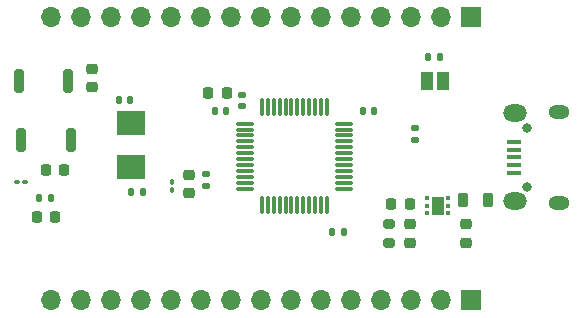
<source format=gbr>
%TF.GenerationSoftware,KiCad,Pcbnew,8.0.7*%
%TF.CreationDate,2025-01-11T18:27:59+02:00*%
%TF.ProjectId,STM32TrialPcb,53544d33-3254-4726-9961-6c5063622e6b,rev?*%
%TF.SameCoordinates,Original*%
%TF.FileFunction,Soldermask,Top*%
%TF.FilePolarity,Negative*%
%FSLAX46Y46*%
G04 Gerber Fmt 4.6, Leading zero omitted, Abs format (unit mm)*
G04 Created by KiCad (PCBNEW 8.0.7) date 2025-01-11 18:27:59*
%MOMM*%
%LPD*%
G01*
G04 APERTURE LIST*
G04 Aperture macros list*
%AMRoundRect*
0 Rectangle with rounded corners*
0 $1 Rounding radius*
0 $2 $3 $4 $5 $6 $7 $8 $9 X,Y pos of 4 corners*
0 Add a 4 corners polygon primitive as box body*
4,1,4,$2,$3,$4,$5,$6,$7,$8,$9,$2,$3,0*
0 Add four circle primitives for the rounded corners*
1,1,$1+$1,$2,$3*
1,1,$1+$1,$4,$5*
1,1,$1+$1,$6,$7*
1,1,$1+$1,$8,$9*
0 Add four rect primitives between the rounded corners*
20,1,$1+$1,$2,$3,$4,$5,0*
20,1,$1+$1,$4,$5,$6,$7,0*
20,1,$1+$1,$6,$7,$8,$9,0*
20,1,$1+$1,$8,$9,$2,$3,0*%
G04 Aperture macros list end*
%ADD10RoundRect,0.200000X-0.200000X-0.800000X0.200000X-0.800000X0.200000X0.800000X-0.200000X0.800000X0*%
%ADD11RoundRect,0.218750X-0.218750X-0.256250X0.218750X-0.256250X0.218750X0.256250X-0.218750X0.256250X0*%
%ADD12RoundRect,0.135000X0.135000X0.185000X-0.135000X0.185000X-0.135000X-0.185000X0.135000X-0.185000X0*%
%ADD13RoundRect,0.140000X0.170000X-0.140000X0.170000X0.140000X-0.170000X0.140000X-0.170000X-0.140000X0*%
%ADD14RoundRect,0.100000X0.100000X-0.130000X0.100000X0.130000X-0.100000X0.130000X-0.100000X-0.130000X0*%
%ADD15RoundRect,0.135000X-0.135000X-0.185000X0.135000X-0.185000X0.135000X0.185000X-0.135000X0.185000X0*%
%ADD16RoundRect,0.225000X-0.250000X0.225000X-0.250000X-0.225000X0.250000X-0.225000X0.250000X0.225000X0*%
%ADD17RoundRect,0.218750X0.218750X0.381250X-0.218750X0.381250X-0.218750X-0.381250X0.218750X-0.381250X0*%
%ADD18RoundRect,0.075000X-0.662500X-0.075000X0.662500X-0.075000X0.662500X0.075000X-0.662500X0.075000X0*%
%ADD19RoundRect,0.075000X-0.075000X-0.662500X0.075000X-0.662500X0.075000X0.662500X-0.075000X0.662500X0*%
%ADD20R,1.000000X1.500000*%
%ADD21R,2.400000X2.000000*%
%ADD22RoundRect,0.140000X-0.140000X-0.170000X0.140000X-0.170000X0.140000X0.170000X-0.140000X0.170000X0*%
%ADD23RoundRect,0.140000X-0.170000X0.140000X-0.170000X-0.140000X0.170000X-0.140000X0.170000X0.140000X0*%
%ADD24RoundRect,0.225000X0.225000X0.250000X-0.225000X0.250000X-0.225000X-0.250000X0.225000X-0.250000X0*%
%ADD25RoundRect,0.100000X-0.130000X-0.100000X0.130000X-0.100000X0.130000X0.100000X-0.130000X0.100000X0*%
%ADD26RoundRect,0.140000X0.140000X0.170000X-0.140000X0.170000X-0.140000X-0.170000X0.140000X-0.170000X0*%
%ADD27RoundRect,0.200000X-0.275000X0.200000X-0.275000X-0.200000X0.275000X-0.200000X0.275000X0.200000X0*%
%ADD28RoundRect,0.135000X-0.185000X0.135000X-0.185000X-0.135000X0.185000X-0.135000X0.185000X0.135000X0*%
%ADD29O,1.700000X1.700000*%
%ADD30R,1.700000X1.700000*%
%ADD31O,0.800000X0.800000*%
%ADD32R,1.300000X0.450000*%
%ADD33O,1.800000X1.150000*%
%ADD34O,2.000000X1.450000*%
%ADD35RoundRect,0.093750X-0.093750X-0.106250X0.093750X-0.106250X0.093750X0.106250X-0.093750X0.106250X0*%
%ADD36R,1.000000X1.600000*%
%ADD37RoundRect,0.225000X0.250000X-0.225000X0.250000X0.225000X-0.250000X0.225000X-0.250000X-0.225000X0*%
G04 APERTURE END LIST*
D10*
%TO.C,SW2*%
X132152500Y-88392499D03*
X127952500Y-88392499D03*
%TD*%
D11*
%TO.C,D1*%
X159517500Y-98782499D03*
X161092500Y-98782499D03*
%TD*%
D12*
%TO.C,R4*%
X162590000Y-86300000D03*
X163610000Y-86300000D03*
%TD*%
D13*
%TO.C,C5*%
X146860000Y-90510000D03*
X146860000Y-89550000D03*
%TD*%
D14*
%TO.C,L1*%
X140920000Y-97560000D03*
X140920000Y-96920000D03*
%TD*%
D15*
%TO.C,R3*%
X129710000Y-98280000D03*
X130730000Y-98280000D03*
%TD*%
D11*
%TO.C,D2*%
X129477500Y-99892499D03*
X131052500Y-99892499D03*
%TD*%
D10*
%TO.C,SW1*%
X132380000Y-93380000D03*
X128180000Y-93380000D03*
%TD*%
D16*
%TO.C,C8*%
X165805000Y-100507499D03*
X165805000Y-102057499D03*
%TD*%
%TO.C,C1*%
X142390000Y-96315000D03*
X142390000Y-97865000D03*
%TD*%
D17*
%TO.C,FB1*%
X167722500Y-98480000D03*
X165597500Y-98480000D03*
%TD*%
D18*
%TO.C,U2*%
X147140000Y-91979999D03*
X147140000Y-92479999D03*
X147140000Y-92979999D03*
X147140000Y-93480000D03*
X147140000Y-93979999D03*
X147140000Y-94479999D03*
X147140000Y-94979999D03*
X147140000Y-95479999D03*
X147140000Y-95979998D03*
X147140000Y-96479999D03*
X147140000Y-96979999D03*
X147140000Y-97479999D03*
D19*
X148552500Y-98892499D03*
X149052500Y-98892499D03*
X149552500Y-98892499D03*
X150052501Y-98892499D03*
X150552500Y-98892499D03*
X151052500Y-98892499D03*
X151552500Y-98892499D03*
X152052500Y-98892499D03*
X152552499Y-98892499D03*
X153052500Y-98892499D03*
X153552500Y-98892499D03*
X154052500Y-98892499D03*
D18*
X155465000Y-97479999D03*
X155465000Y-96979999D03*
X155465000Y-96479999D03*
X155465000Y-95979998D03*
X155465000Y-95479999D03*
X155465000Y-94979999D03*
X155465000Y-94479999D03*
X155465000Y-93979999D03*
X155465000Y-93480000D03*
X155465000Y-92979999D03*
X155465000Y-92479999D03*
X155465000Y-91979999D03*
D19*
X154052500Y-90567499D03*
X153552500Y-90567499D03*
X153052500Y-90567499D03*
X152552499Y-90567499D03*
X152052500Y-90567499D03*
X151552500Y-90567499D03*
X151052500Y-90567499D03*
X150552500Y-90567499D03*
X150052501Y-90567499D03*
X149552500Y-90567499D03*
X149052500Y-90567499D03*
X148552500Y-90567499D03*
%TD*%
D20*
%TO.C,JP1*%
X163852500Y-88392499D03*
X162552500Y-88392499D03*
%TD*%
D21*
%TO.C,Y1*%
X137490000Y-95654999D03*
X137490000Y-91954999D03*
%TD*%
D16*
%TO.C,C9*%
X161070000Y-100500000D03*
X161070000Y-102050000D03*
%TD*%
D22*
%TO.C,C7*%
X157092500Y-90892499D03*
X158052500Y-90892499D03*
%TD*%
D23*
%TO.C,C2*%
X143840000Y-97230000D03*
X143840000Y-96270000D03*
%TD*%
D24*
%TO.C,C3*%
X145555000Y-89410000D03*
X144005000Y-89410000D03*
%TD*%
D25*
%TO.C,R2*%
X127840000Y-96950000D03*
X128480000Y-96950000D03*
%TD*%
D24*
%TO.C,C10*%
X131827500Y-95892499D03*
X130277500Y-95892499D03*
%TD*%
D26*
%TO.C,C4*%
X145532500Y-90892499D03*
X144572500Y-90892499D03*
%TD*%
%TO.C,C12*%
X137400000Y-89980000D03*
X136440000Y-89980000D03*
%TD*%
D27*
%TO.C,R1*%
X159305000Y-100457499D03*
X159305000Y-102107499D03*
%TD*%
D22*
%TO.C,C6*%
X154510000Y-101110000D03*
X155470000Y-101110000D03*
%TD*%
D28*
%TO.C,R5*%
X161552500Y-92382499D03*
X161552500Y-93402499D03*
%TD*%
D29*
%TO.C,J3*%
X130660000Y-106940000D03*
X133200000Y-106940000D03*
X135740000Y-106940000D03*
X138280000Y-106940000D03*
X140820000Y-106940000D03*
X143360000Y-106940000D03*
X145900000Y-106940000D03*
X148440000Y-106940000D03*
X150980000Y-106940000D03*
X153520000Y-106940000D03*
X156060000Y-106940000D03*
X158600000Y-106940000D03*
X161140000Y-106940000D03*
X163680000Y-106940000D03*
D30*
X166220000Y-106940000D03*
%TD*%
D22*
%TO.C,C13*%
X137490000Y-97804999D03*
X138450000Y-97804999D03*
%TD*%
D29*
%TO.C,J2*%
X130660000Y-82960000D03*
X133200000Y-82960000D03*
X135740000Y-82960000D03*
X138280000Y-82960000D03*
X140820000Y-82960000D03*
X143360000Y-82960000D03*
X145900000Y-82960000D03*
X148440000Y-82960000D03*
X150980000Y-82960000D03*
X153520000Y-82960000D03*
X156060000Y-82960000D03*
X158600000Y-82960000D03*
X161140000Y-82960000D03*
X163680000Y-82960000D03*
D30*
X166220000Y-82960000D03*
%TD*%
D31*
%TO.C,J1*%
X170990000Y-97325000D03*
X170990000Y-92325000D03*
D32*
X169890000Y-96125000D03*
X169890000Y-95475000D03*
X169890000Y-94825000D03*
X169890000Y-94175000D03*
X169890000Y-93525000D03*
D33*
X173740000Y-98700000D03*
D34*
X169940000Y-98550000D03*
X169940000Y-91100000D03*
D33*
X173740000Y-90950000D03*
%TD*%
D35*
%TO.C,U1*%
X162530000Y-98282499D03*
X162530000Y-98932499D03*
X162530000Y-99582499D03*
X164305000Y-99582499D03*
X164305000Y-98932499D03*
X164305000Y-98282499D03*
D36*
X163417500Y-98932499D03*
%TD*%
D37*
%TO.C,C11*%
X134160000Y-88905000D03*
X134160000Y-87355000D03*
%TD*%
M02*

</source>
